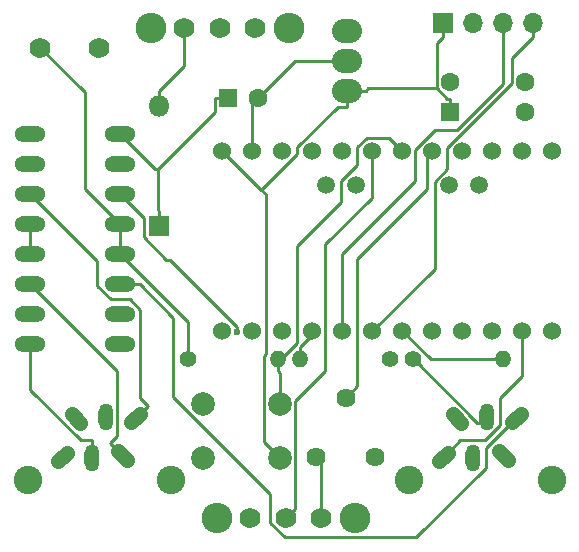
<source format=gbr>
G04 #@! TF.FileFunction,Copper,L1,Top,Signal*
%FSLAX46Y46*%
G04 Gerber Fmt 4.6, Leading zero omitted, Abs format (unit mm)*
G04 Created by KiCad (PCBNEW 4.0.7) date 03/24/18 10:34:34*
%MOMM*%
%LPD*%
G01*
G04 APERTURE LIST*
%ADD10C,0.100000*%
%ADD11C,1.524000*%
%ADD12C,1.500000*%
%ADD13C,2.413000*%
%ADD14C,1.270000*%
%ADD15O,1.270000X2.286000*%
%ADD16O,2.641600X1.320800*%
%ADD17R,1.600000X1.600000*%
%ADD18C,1.600000*%
%ADD19C,1.400000*%
%ADD20O,1.400000X1.400000*%
%ADD21O,2.540000X2.032000*%
%ADD22R,1.700000X1.700000*%
%ADD23O,1.700000X1.700000*%
%ADD24C,1.620000*%
%ADD25C,2.000000*%
%ADD26R,1.800000X1.800000*%
%ADD27O,1.800000X1.800000*%
%ADD28C,1.762000*%
%ADD29O,2.600000X2.600000*%
%ADD30C,0.600000*%
%ADD31C,0.250000*%
G04 APERTURE END LIST*
D10*
D11*
X129286000Y-106172000D03*
X131826000Y-106172000D03*
X134366000Y-106172000D03*
X136906000Y-106172000D03*
X139446000Y-106172000D03*
X141986000Y-106172000D03*
X144526000Y-106172000D03*
X147066000Y-106172000D03*
X149606000Y-106172000D03*
X152146000Y-106172000D03*
X154686000Y-106172000D03*
X157226000Y-106172000D03*
X129286000Y-90932000D03*
X131826000Y-90932000D03*
X134366000Y-90932000D03*
X136906000Y-90932000D03*
X139446000Y-90932000D03*
X141986000Y-90932000D03*
X144526000Y-90932000D03*
X147066000Y-90932000D03*
X149606000Y-90932000D03*
X152146000Y-90932000D03*
X154686000Y-90932000D03*
X157226000Y-90932000D03*
D12*
X138049000Y-93853000D03*
X140589000Y-93853000D03*
X148463000Y-93853000D03*
X151003000Y-93853000D03*
D13*
X157162300Y-118758100D03*
D14*
X154560940Y-113195900D02*
X153842520Y-113914320D01*
X152724920Y-116380660D02*
X153443340Y-117099080D01*
D15*
X151668280Y-113439340D03*
X150540520Y-116914060D03*
D14*
X148778160Y-113231460D02*
X149496580Y-113949880D01*
X148376440Y-116472100D02*
X147658020Y-117190520D01*
D13*
X145097300Y-118758100D03*
D16*
X120650000Y-107315000D03*
X120650000Y-104775000D03*
X120650000Y-92075000D03*
X120650000Y-89535000D03*
X120650000Y-102235000D03*
X120650000Y-99695000D03*
X120650000Y-94615000D03*
X120650000Y-97155000D03*
X113030000Y-89535000D03*
X113030000Y-92075000D03*
X113030000Y-94615000D03*
X113030000Y-97155000D03*
X113030000Y-99695000D03*
X113030000Y-102235000D03*
X113030000Y-104775000D03*
X113030000Y-107315000D03*
D13*
X124904300Y-118758100D03*
D14*
X122302940Y-113195900D02*
X121584520Y-113914320D01*
X120466920Y-116380660D02*
X121185340Y-117099080D01*
D15*
X119410280Y-113439340D03*
X118282520Y-116914060D03*
D14*
X116520160Y-113231460D02*
X117238580Y-113949880D01*
X116118440Y-116472100D02*
X115400020Y-117190520D01*
D13*
X112839300Y-118758100D03*
D17*
X129794000Y-86487000D03*
D18*
X132294000Y-86487000D03*
D19*
X145415000Y-108585000D03*
D20*
X153035000Y-108585000D03*
D19*
X143510000Y-108585000D03*
D20*
X135890000Y-108585000D03*
D21*
X139827000Y-83312000D03*
X139827000Y-85852000D03*
X139827000Y-80772000D03*
D22*
X147955000Y-80137000D03*
D23*
X150495000Y-80137000D03*
X153035000Y-80137000D03*
X155575000Y-80137000D03*
D17*
X148590000Y-87630000D03*
D18*
X148590000Y-85130000D03*
X154940000Y-87630000D03*
X154940000Y-85130000D03*
D24*
X137240000Y-116840000D03*
X139740000Y-111840000D03*
X142240000Y-116840000D03*
D19*
X126365000Y-108585000D03*
D20*
X133985000Y-108585000D03*
D25*
X127635000Y-116895000D03*
X127635000Y-112395000D03*
X134135000Y-116895000D03*
X134135000Y-112395000D03*
D26*
X123952000Y-97282000D03*
D27*
X123952000Y-87122000D03*
D28*
X113883000Y-82194400D03*
X118883000Y-82194400D03*
X129083000Y-80518000D03*
X126083000Y-80518000D03*
X132083000Y-80518000D03*
D29*
X134933000Y-80518000D03*
X123233000Y-80518000D03*
D28*
X134671000Y-122022000D03*
X131671000Y-122022000D03*
X137671000Y-122022000D03*
D29*
X140521000Y-122022000D03*
X128821000Y-122022000D03*
D30*
X130556000Y-106232700D03*
D31*
X146939000Y-108585000D02*
X144526000Y-106172000D01*
X153035000Y-108585000D02*
X146939000Y-108585000D01*
X123565500Y-92450500D02*
X120650000Y-89535000D01*
X123830500Y-92450500D02*
X123565500Y-92450500D01*
X128668700Y-87612300D02*
X123830500Y-92450500D01*
X128668700Y-86487000D02*
X128668700Y-87612300D01*
X123830500Y-95935200D02*
X123952000Y-96056700D01*
X123830500Y-92450500D02*
X123830500Y-95935200D01*
X129794000Y-86487000D02*
X128668700Y-86487000D01*
X123952000Y-97282000D02*
X123952000Y-96056700D01*
X153154100Y-114593300D02*
X153163500Y-114593300D01*
X151620000Y-116127400D02*
X153154100Y-114593300D01*
X151620000Y-117756600D02*
X151620000Y-116127400D01*
X145721500Y-123655100D02*
X151620000Y-117756600D01*
X134576700Y-123655100D02*
X145721500Y-123655100D01*
X133321000Y-122399400D02*
X134576700Y-123655100D01*
X133321000Y-119962300D02*
X133321000Y-122399400D01*
X125108700Y-111750000D02*
X133321000Y-119962300D01*
X125108700Y-105047600D02*
X125108700Y-111750000D01*
X122296100Y-102235000D02*
X125108700Y-105047600D01*
X120650000Y-102235000D02*
X122296100Y-102235000D01*
X153842500Y-113914300D02*
X153163500Y-114593300D01*
X136906000Y-106543700D02*
X136906000Y-106172000D01*
X135890000Y-107559700D02*
X136906000Y-106543700D01*
X135890000Y-108585000D02*
X135890000Y-107559700D01*
X145489900Y-108585000D02*
X145415000Y-108585000D01*
X150852200Y-113947300D02*
X145489900Y-108585000D01*
X151668300Y-113947300D02*
X150852200Y-113947300D01*
X113030000Y-99695000D02*
X113030000Y-97155000D01*
X120650000Y-99695000D02*
X120650000Y-97155000D01*
X117676600Y-85988000D02*
X113883000Y-82194400D01*
X117676600Y-94181600D02*
X117676600Y-85988000D01*
X120650000Y-97155000D02*
X117676600Y-94181600D01*
X135469000Y-83312000D02*
X139827000Y-83312000D01*
X132294000Y-86487000D02*
X135469000Y-83312000D01*
X126365000Y-105410000D02*
X120650000Y-99695000D01*
X126365000Y-108585000D02*
X126365000Y-105410000D01*
X137671000Y-117271000D02*
X137240000Y-116840000D01*
X137671000Y-122022000D02*
X137671000Y-117271000D01*
X131826000Y-86955000D02*
X132294000Y-86487000D01*
X131826000Y-90932000D02*
X131826000Y-86955000D01*
X130556000Y-105834400D02*
X130556000Y-106232700D01*
X124877700Y-100156100D02*
X130556000Y-105834400D01*
X124528000Y-100156100D02*
X124877700Y-100156100D01*
X122624900Y-98253000D02*
X124528000Y-100156100D01*
X122624900Y-96589900D02*
X122624900Y-98253000D01*
X120650000Y-94615000D02*
X122624900Y-96589900D01*
X122312800Y-111847700D02*
X122982000Y-112516800D01*
X122312800Y-104371200D02*
X122312800Y-111847700D01*
X121446600Y-103505000D02*
X122312800Y-104371200D01*
X119830000Y-103505000D02*
X121446600Y-103505000D01*
X118688800Y-102363800D02*
X119830000Y-103505000D01*
X118688800Y-100273800D02*
X118688800Y-102363800D01*
X113030000Y-94615000D02*
X118688800Y-100273800D01*
X121584500Y-113914300D02*
X122982000Y-112516800D01*
X120382000Y-115107600D02*
X119787900Y-115701700D01*
X120382000Y-109587000D02*
X120382000Y-115107600D01*
X113030000Y-102235000D02*
X120382000Y-109587000D01*
X120466900Y-116380700D02*
X119787900Y-115701700D01*
X154686000Y-109964500D02*
X154686000Y-106172000D01*
X152825200Y-111825300D02*
X154686000Y-109964500D01*
X152825200Y-114148600D02*
X152825200Y-111825300D01*
X151553500Y-115420300D02*
X152825200Y-114148600D01*
X149428200Y-115420300D02*
X151553500Y-115420300D01*
X148376400Y-116472100D02*
X149428200Y-115420300D01*
X153035000Y-80137000D02*
X153035000Y-81312300D01*
X139446000Y-99678400D02*
X139446000Y-106172000D01*
X145613300Y-93511100D02*
X139446000Y-99678400D01*
X145613300Y-90846900D02*
X145613300Y-93511100D01*
X147319500Y-89140700D02*
X145613300Y-90846900D01*
X149195600Y-89140700D02*
X147319500Y-89140700D01*
X153035000Y-85301300D02*
X149195600Y-89140700D01*
X153035000Y-81312300D02*
X153035000Y-85301300D01*
X147260600Y-100897400D02*
X141986000Y-106172000D01*
X147260600Y-93534600D02*
X147260600Y-100897400D01*
X148336000Y-92459200D02*
X147260600Y-93534600D01*
X148336000Y-90664100D02*
X148336000Y-92459200D01*
X153809300Y-85190800D02*
X148336000Y-90664100D01*
X153809300Y-83078000D02*
X153809300Y-85190800D01*
X155575000Y-81312300D02*
X153809300Y-83078000D01*
X155575000Y-80137000D02*
X155575000Y-81312300D01*
X141986000Y-94887000D02*
X141986000Y-90932000D01*
X138016700Y-98856300D02*
X141986000Y-94887000D01*
X138016700Y-109554900D02*
X138016700Y-98856300D01*
X135460400Y-112111200D02*
X138016700Y-109554900D01*
X135460400Y-121232600D02*
X135460400Y-112111200D01*
X134671000Y-122022000D02*
X135460400Y-121232600D01*
X148590000Y-87630000D02*
X148590000Y-86504700D01*
X147955000Y-80137000D02*
X147955000Y-81312300D01*
X141630200Y-85644100D02*
X147448100Y-85644100D01*
X141422300Y-85852000D02*
X141630200Y-85644100D01*
X148308700Y-86504700D02*
X147448100Y-85644100D01*
X148590000Y-86504700D02*
X148308700Y-86504700D01*
X147448100Y-81819200D02*
X147955000Y-81312300D01*
X147448100Y-85644100D02*
X147448100Y-81819200D01*
X113030000Y-111153600D02*
X113030000Y-107315000D01*
X117322200Y-115445800D02*
X113030000Y-111153600D01*
X118282500Y-115445800D02*
X117322200Y-115445800D01*
X118282500Y-116406100D02*
X118282500Y-115445800D01*
X140180800Y-85852000D02*
X141422300Y-85852000D01*
X140180800Y-85852000D02*
X139827000Y-85852000D01*
X139827000Y-85852000D02*
X139827000Y-87193300D01*
X135636000Y-91208900D02*
X132599500Y-94245400D01*
X135636000Y-90629800D02*
X135636000Y-91208900D01*
X139072500Y-87193300D02*
X135636000Y-90629800D01*
X139827000Y-87193300D02*
X139072500Y-87193300D01*
X132948500Y-94594500D02*
X132599500Y-94245400D01*
X132948500Y-108171400D02*
X132948500Y-94594500D01*
X132801000Y-108318900D02*
X132948500Y-108171400D01*
X132801000Y-115561000D02*
X132801000Y-108318900D01*
X134135000Y-116895000D02*
X132801000Y-115561000D01*
X132599500Y-94245400D02*
X129286000Y-90932000D01*
X140716000Y-110864000D02*
X139740000Y-111840000D01*
X140716000Y-100079200D02*
X140716000Y-110864000D01*
X146615800Y-94179400D02*
X140716000Y-100079200D01*
X146615800Y-91382200D02*
X146615800Y-94179400D01*
X147066000Y-90932000D02*
X146615800Y-91382200D01*
X134135000Y-109760300D02*
X133985000Y-109610300D01*
X134135000Y-112395000D02*
X134135000Y-109760300D01*
X133985000Y-108971700D02*
X133985000Y-108818800D01*
X133985000Y-108971700D02*
X133985000Y-109610300D01*
X133985000Y-108585000D02*
X133985000Y-108818800D01*
X143395400Y-89801400D02*
X144526000Y-90932000D01*
X141554100Y-89801400D02*
X143395400Y-89801400D01*
X140716000Y-90639500D02*
X141554100Y-89801400D01*
X140716000Y-92122400D02*
X140716000Y-90639500D01*
X139319000Y-93519400D02*
X140716000Y-92122400D01*
X139319000Y-95280600D02*
X139319000Y-93519400D01*
X135636000Y-98963600D02*
X139319000Y-95280600D01*
X135636000Y-107167800D02*
X135636000Y-98963600D01*
X133985000Y-108818800D02*
X135636000Y-107167800D01*
X126083000Y-83765700D02*
X123952000Y-85896700D01*
X126083000Y-80518000D02*
X126083000Y-83765700D01*
X123952000Y-87122000D02*
X123952000Y-85896700D01*
M02*

</source>
